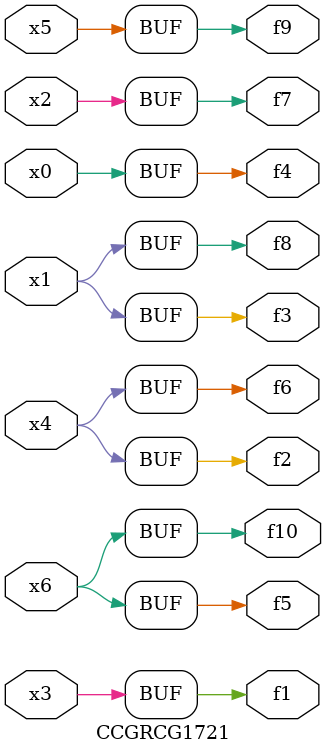
<source format=v>
module CCGRCG1721(
	input x0, x1, x2, x3, x4, x5, x6,
	output f1, f2, f3, f4, f5, f6, f7, f8, f9, f10
);
	assign f1 = x3;
	assign f2 = x4;
	assign f3 = x1;
	assign f4 = x0;
	assign f5 = x6;
	assign f6 = x4;
	assign f7 = x2;
	assign f8 = x1;
	assign f9 = x5;
	assign f10 = x6;
endmodule

</source>
